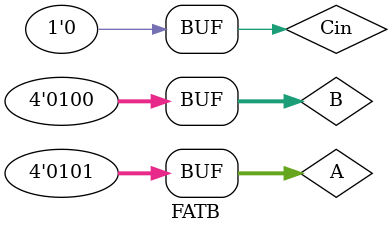
<source format=v>
`timescale 1ns / 1ps
module FATB();
reg [3:0] A,B;
reg Cin;

wire [3:0] S;
wire  CO;

FA dut(.a(A),.b(B),.cin(Cin),.sum(S),.cout(CO));

initial 
    begin        
        A=4'b0001; B=4'b0001; Cin=1'b0;
        #100
        A=4'b0011; B=4'b0001; Cin=1'b1;
        #100
        A=4'b0101; B=4'b0101; Cin=1'b0;
        #100    
        A=4'b0101; B=4'b0100; Cin=1'b0; 
    end
endmodule

</source>
